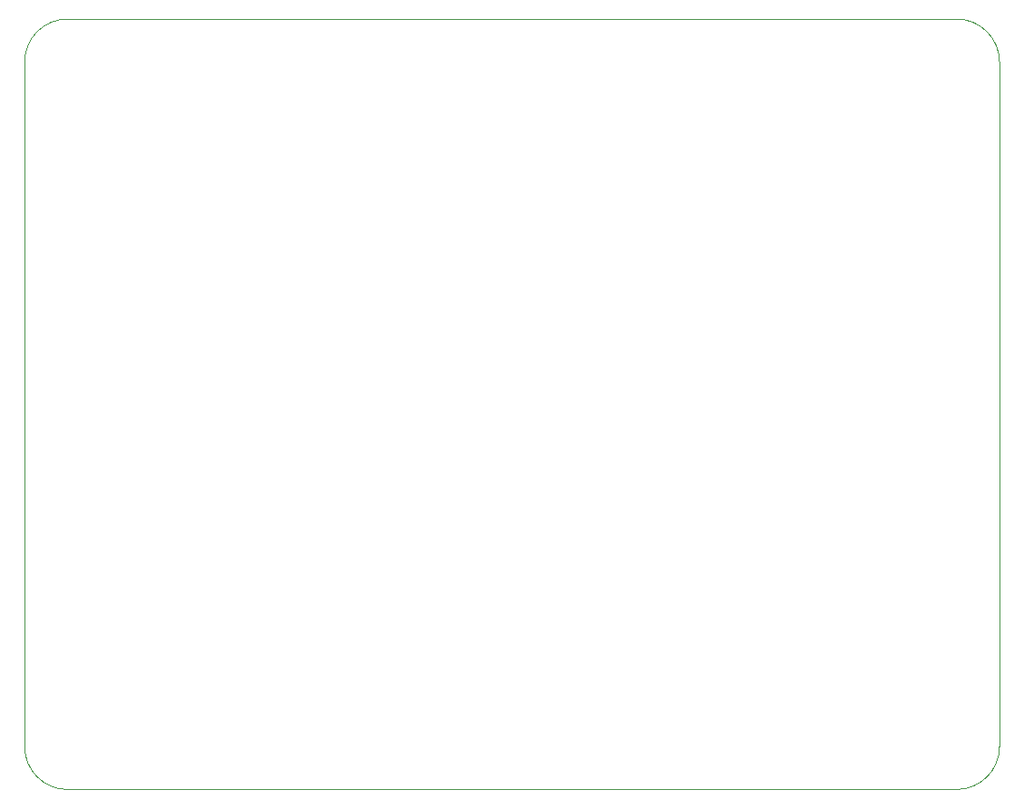
<source format=gbr>
G04 #@! TF.GenerationSoftware,KiCad,Pcbnew,(5.1.6)-1*
G04 #@! TF.CreationDate,2021-03-17T22:05:54+03:00*
G04 #@! TF.ProjectId,Power_filter,506f7765-725f-4666-996c-7465722e6b69,rev?*
G04 #@! TF.SameCoordinates,Original*
G04 #@! TF.FileFunction,Profile,NP*
%FSLAX46Y46*%
G04 Gerber Fmt 4.6, Leading zero omitted, Abs format (unit mm)*
G04 Created by KiCad (PCBNEW (5.1.6)-1) date 2021-03-17 22:05:54*
%MOMM*%
%LPD*%
G01*
G04 APERTURE LIST*
G04 #@! TA.AperFunction,Profile*
%ADD10C,0.050000*%
G04 #@! TD*
G04 APERTURE END LIST*
D10*
X88000000Y-132000000D02*
X88000000Y-68000000D01*
X175000000Y-64000000D02*
X92000000Y-64000000D01*
X179000000Y-132000000D02*
X179000000Y-68000000D01*
X92000000Y-136000000D02*
X175000000Y-136000000D01*
X92000000Y-136000000D02*
G75*
G02*
X88000000Y-132000000I0J4000000D01*
G01*
X179000000Y-132000000D02*
G75*
G02*
X175000000Y-136000000I-4000000J0D01*
G01*
X175000000Y-64000000D02*
G75*
G02*
X179000000Y-68000000I0J-4000000D01*
G01*
X88000000Y-68000000D02*
G75*
G02*
X92000000Y-64000000I4000000J0D01*
G01*
M02*

</source>
